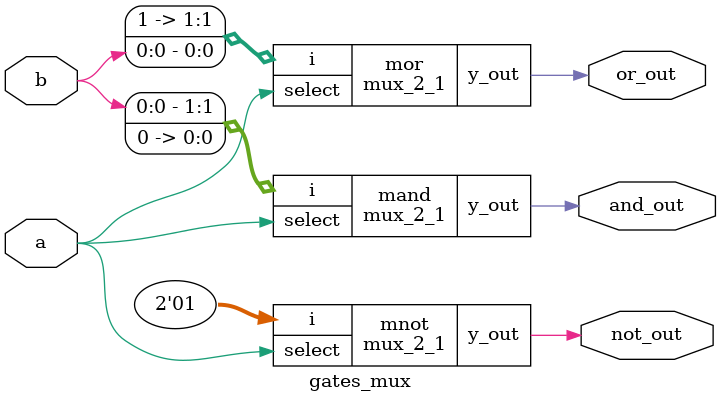
<source format=v>
`timescale 1ns / 1ps

module mux_2_1(
    input [1:0] i,
    input select,
    output y_out    
    );
    assign y_out= select ? i[1] : i[0];
endmodule


module gates_mux(
    input a,b,
    output and_out,
    output or_out,
    output not_out
    );

    mux_2_1 mand({b, 1'b0}, a, and_out);

    mux_2_1 mor({1'b1, b}, a, or_out);

    mux_2_1 mnot({1'b0, 1'b1}, a, not_out);    
    
endmodule

</source>
